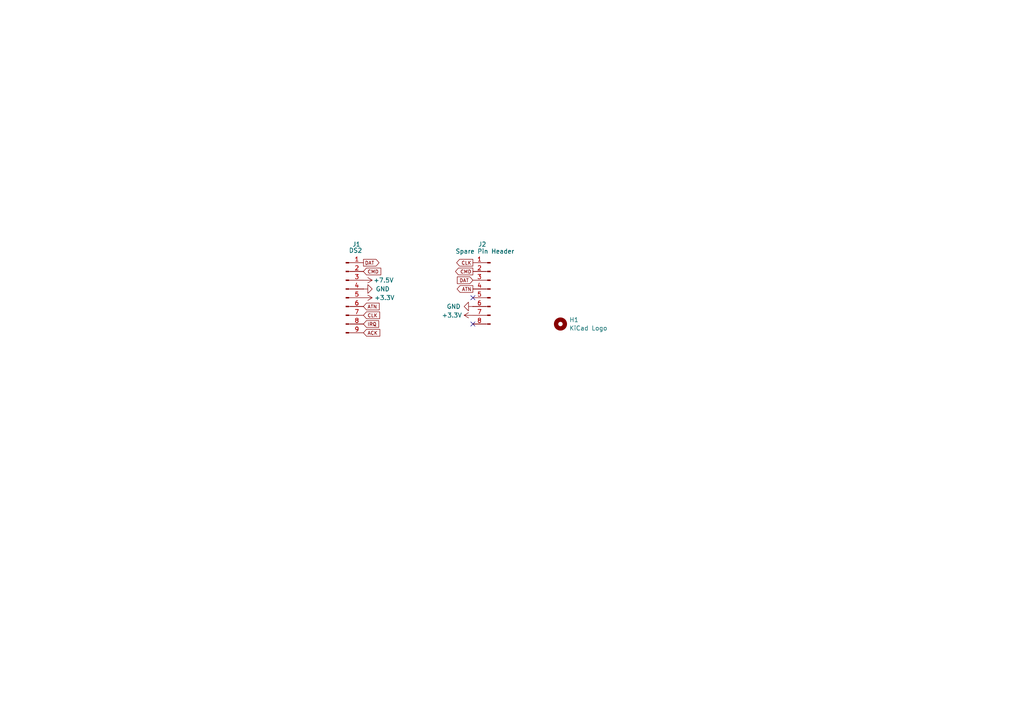
<source format=kicad_sch>
(kicad_sch
	(version 20231120)
	(generator "eeschema")
	(generator_version "8.0")
	(uuid "3ccadd08-7812-4e70-9092-62cd0afa47c6")
	(paper "A4")
	(title_block
		(title "MiSTery Shield DS2 Adapter for J8 ")
		(date "2024-12-23")
		(rev "0.1")
	)
	(lib_symbols
		(symbol "Connector:Conn_01x08_Pin"
			(pin_names
				(offset 1.016) hide)
			(exclude_from_sim no)
			(in_bom yes)
			(on_board yes)
			(property "Reference" "J"
				(at 0 10.16 0)
				(effects
					(font
						(size 1.27 1.27)
					)
				)
			)
			(property "Value" "Conn_01x08_Pin"
				(at 0 -12.7 0)
				(effects
					(font
						(size 1.27 1.27)
					)
				)
			)
			(property "Footprint" ""
				(at 0 0 0)
				(effects
					(font
						(size 1.27 1.27)
					)
					(hide yes)
				)
			)
			(property "Datasheet" "~"
				(at 0 0 0)
				(effects
					(font
						(size 1.27 1.27)
					)
					(hide yes)
				)
			)
			(property "Description" "Generic connector, single row, 01x08, script generated"
				(at 0 0 0)
				(effects
					(font
						(size 1.27 1.27)
					)
					(hide yes)
				)
			)
			(property "ki_locked" ""
				(at 0 0 0)
				(effects
					(font
						(size 1.27 1.27)
					)
				)
			)
			(property "ki_keywords" "connector"
				(at 0 0 0)
				(effects
					(font
						(size 1.27 1.27)
					)
					(hide yes)
				)
			)
			(property "ki_fp_filters" "Connector*:*_1x??_*"
				(at 0 0 0)
				(effects
					(font
						(size 1.27 1.27)
					)
					(hide yes)
				)
			)
			(symbol "Conn_01x08_Pin_1_1"
				(polyline
					(pts
						(xy 1.27 -10.16) (xy 0.8636 -10.16)
					)
					(stroke
						(width 0.1524)
						(type default)
					)
					(fill
						(type none)
					)
				)
				(polyline
					(pts
						(xy 1.27 -7.62) (xy 0.8636 -7.62)
					)
					(stroke
						(width 0.1524)
						(type default)
					)
					(fill
						(type none)
					)
				)
				(polyline
					(pts
						(xy 1.27 -5.08) (xy 0.8636 -5.08)
					)
					(stroke
						(width 0.1524)
						(type default)
					)
					(fill
						(type none)
					)
				)
				(polyline
					(pts
						(xy 1.27 -2.54) (xy 0.8636 -2.54)
					)
					(stroke
						(width 0.1524)
						(type default)
					)
					(fill
						(type none)
					)
				)
				(polyline
					(pts
						(xy 1.27 0) (xy 0.8636 0)
					)
					(stroke
						(width 0.1524)
						(type default)
					)
					(fill
						(type none)
					)
				)
				(polyline
					(pts
						(xy 1.27 2.54) (xy 0.8636 2.54)
					)
					(stroke
						(width 0.1524)
						(type default)
					)
					(fill
						(type none)
					)
				)
				(polyline
					(pts
						(xy 1.27 5.08) (xy 0.8636 5.08)
					)
					(stroke
						(width 0.1524)
						(type default)
					)
					(fill
						(type none)
					)
				)
				(polyline
					(pts
						(xy 1.27 7.62) (xy 0.8636 7.62)
					)
					(stroke
						(width 0.1524)
						(type default)
					)
					(fill
						(type none)
					)
				)
				(rectangle
					(start 0.8636 -10.033)
					(end 0 -10.287)
					(stroke
						(width 0.1524)
						(type default)
					)
					(fill
						(type outline)
					)
				)
				(rectangle
					(start 0.8636 -7.493)
					(end 0 -7.747)
					(stroke
						(width 0.1524)
						(type default)
					)
					(fill
						(type outline)
					)
				)
				(rectangle
					(start 0.8636 -4.953)
					(end 0 -5.207)
					(stroke
						(width 0.1524)
						(type default)
					)
					(fill
						(type outline)
					)
				)
				(rectangle
					(start 0.8636 -2.413)
					(end 0 -2.667)
					(stroke
						(width 0.1524)
						(type default)
					)
					(fill
						(type outline)
					)
				)
				(rectangle
					(start 0.8636 0.127)
					(end 0 -0.127)
					(stroke
						(width 0.1524)
						(type default)
					)
					(fill
						(type outline)
					)
				)
				(rectangle
					(start 0.8636 2.667)
					(end 0 2.413)
					(stroke
						(width 0.1524)
						(type default)
					)
					(fill
						(type outline)
					)
				)
				(rectangle
					(start 0.8636 5.207)
					(end 0 4.953)
					(stroke
						(width 0.1524)
						(type default)
					)
					(fill
						(type outline)
					)
				)
				(rectangle
					(start 0.8636 7.747)
					(end 0 7.493)
					(stroke
						(width 0.1524)
						(type default)
					)
					(fill
						(type outline)
					)
				)
				(pin passive line
					(at 5.08 7.62 180)
					(length 3.81)
					(name "Pin_1"
						(effects
							(font
								(size 1.27 1.27)
							)
						)
					)
					(number "1"
						(effects
							(font
								(size 1.27 1.27)
							)
						)
					)
				)
				(pin passive line
					(at 5.08 5.08 180)
					(length 3.81)
					(name "Pin_2"
						(effects
							(font
								(size 1.27 1.27)
							)
						)
					)
					(number "2"
						(effects
							(font
								(size 1.27 1.27)
							)
						)
					)
				)
				(pin passive line
					(at 5.08 2.54 180)
					(length 3.81)
					(name "Pin_3"
						(effects
							(font
								(size 1.27 1.27)
							)
						)
					)
					(number "3"
						(effects
							(font
								(size 1.27 1.27)
							)
						)
					)
				)
				(pin passive line
					(at 5.08 0 180)
					(length 3.81)
					(name "Pin_4"
						(effects
							(font
								(size 1.27 1.27)
							)
						)
					)
					(number "4"
						(effects
							(font
								(size 1.27 1.27)
							)
						)
					)
				)
				(pin passive line
					(at 5.08 -2.54 180)
					(length 3.81)
					(name "Pin_5"
						(effects
							(font
								(size 1.27 1.27)
							)
						)
					)
					(number "5"
						(effects
							(font
								(size 1.27 1.27)
							)
						)
					)
				)
				(pin passive line
					(at 5.08 -5.08 180)
					(length 3.81)
					(name "Pin_6"
						(effects
							(font
								(size 1.27 1.27)
							)
						)
					)
					(number "6"
						(effects
							(font
								(size 1.27 1.27)
							)
						)
					)
				)
				(pin passive line
					(at 5.08 -7.62 180)
					(length 3.81)
					(name "Pin_7"
						(effects
							(font
								(size 1.27 1.27)
							)
						)
					)
					(number "7"
						(effects
							(font
								(size 1.27 1.27)
							)
						)
					)
				)
				(pin passive line
					(at 5.08 -10.16 180)
					(length 3.81)
					(name "Pin_8"
						(effects
							(font
								(size 1.27 1.27)
							)
						)
					)
					(number "8"
						(effects
							(font
								(size 1.27 1.27)
							)
						)
					)
				)
			)
		)
		(symbol "Connector:Conn_01x09_Pin"
			(pin_names
				(offset 1.016) hide)
			(exclude_from_sim no)
			(in_bom yes)
			(on_board yes)
			(property "Reference" "J"
				(at 0 12.7 0)
				(effects
					(font
						(size 1.27 1.27)
					)
				)
			)
			(property "Value" "Conn_01x09_Pin"
				(at 0 -12.7 0)
				(effects
					(font
						(size 1.27 1.27)
					)
				)
			)
			(property "Footprint" ""
				(at 0 0 0)
				(effects
					(font
						(size 1.27 1.27)
					)
					(hide yes)
				)
			)
			(property "Datasheet" "~"
				(at 0 0 0)
				(effects
					(font
						(size 1.27 1.27)
					)
					(hide yes)
				)
			)
			(property "Description" "Generic connector, single row, 01x09, script generated"
				(at 0 0 0)
				(effects
					(font
						(size 1.27 1.27)
					)
					(hide yes)
				)
			)
			(property "ki_locked" ""
				(at 0 0 0)
				(effects
					(font
						(size 1.27 1.27)
					)
				)
			)
			(property "ki_keywords" "connector"
				(at 0 0 0)
				(effects
					(font
						(size 1.27 1.27)
					)
					(hide yes)
				)
			)
			(property "ki_fp_filters" "Connector*:*_1x??_*"
				(at 0 0 0)
				(effects
					(font
						(size 1.27 1.27)
					)
					(hide yes)
				)
			)
			(symbol "Conn_01x09_Pin_1_1"
				(polyline
					(pts
						(xy 1.27 -10.16) (xy 0.8636 -10.16)
					)
					(stroke
						(width 0.1524)
						(type default)
					)
					(fill
						(type none)
					)
				)
				(polyline
					(pts
						(xy 1.27 -7.62) (xy 0.8636 -7.62)
					)
					(stroke
						(width 0.1524)
						(type default)
					)
					(fill
						(type none)
					)
				)
				(polyline
					(pts
						(xy 1.27 -5.08) (xy 0.8636 -5.08)
					)
					(stroke
						(width 0.1524)
						(type default)
					)
					(fill
						(type none)
					)
				)
				(polyline
					(pts
						(xy 1.27 -2.54) (xy 0.8636 -2.54)
					)
					(stroke
						(width 0.1524)
						(type default)
					)
					(fill
						(type none)
					)
				)
				(polyline
					(pts
						(xy 1.27 0) (xy 0.8636 0)
					)
					(stroke
						(width 0.1524)
						(type default)
					)
					(fill
						(type none)
					)
				)
				(polyline
					(pts
						(xy 1.27 2.54) (xy 0.8636 2.54)
					)
					(stroke
						(width 0.1524)
						(type default)
					)
					(fill
						(type none)
					)
				)
				(polyline
					(pts
						(xy 1.27 5.08) (xy 0.8636 5.08)
					)
					(stroke
						(width 0.1524)
						(type default)
					)
					(fill
						(type none)
					)
				)
				(polyline
					(pts
						(xy 1.27 7.62) (xy 0.8636 7.62)
					)
					(stroke
						(width 0.1524)
						(type default)
					)
					(fill
						(type none)
					)
				)
				(polyline
					(pts
						(xy 1.27 10.16) (xy 0.8636 10.16)
					)
					(stroke
						(width 0.1524)
						(type default)
					)
					(fill
						(type none)
					)
				)
				(rectangle
					(start 0.8636 -10.033)
					(end 0 -10.287)
					(stroke
						(width 0.1524)
						(type default)
					)
					(fill
						(type outline)
					)
				)
				(rectangle
					(start 0.8636 -7.493)
					(end 0 -7.747)
					(stroke
						(width 0.1524)
						(type default)
					)
					(fill
						(type outline)
					)
				)
				(rectangle
					(start 0.8636 -4.953)
					(end 0 -5.207)
					(stroke
						(width 0.1524)
						(type default)
					)
					(fill
						(type outline)
					)
				)
				(rectangle
					(start 0.8636 -2.413)
					(end 0 -2.667)
					(stroke
						(width 0.1524)
						(type default)
					)
					(fill
						(type outline)
					)
				)
				(rectangle
					(start 0.8636 0.127)
					(end 0 -0.127)
					(stroke
						(width 0.1524)
						(type default)
					)
					(fill
						(type outline)
					)
				)
				(rectangle
					(start 0.8636 2.667)
					(end 0 2.413)
					(stroke
						(width 0.1524)
						(type default)
					)
					(fill
						(type outline)
					)
				)
				(rectangle
					(start 0.8636 5.207)
					(end 0 4.953)
					(stroke
						(width 0.1524)
						(type default)
					)
					(fill
						(type outline)
					)
				)
				(rectangle
					(start 0.8636 7.747)
					(end 0 7.493)
					(stroke
						(width 0.1524)
						(type default)
					)
					(fill
						(type outline)
					)
				)
				(rectangle
					(start 0.8636 10.287)
					(end 0 10.033)
					(stroke
						(width 0.1524)
						(type default)
					)
					(fill
						(type outline)
					)
				)
				(pin passive line
					(at 5.08 10.16 180)
					(length 3.81)
					(name "Pin_1"
						(effects
							(font
								(size 1.27 1.27)
							)
						)
					)
					(number "1"
						(effects
							(font
								(size 1.27 1.27)
							)
						)
					)
				)
				(pin passive line
					(at 5.08 7.62 180)
					(length 3.81)
					(name "Pin_2"
						(effects
							(font
								(size 1.27 1.27)
							)
						)
					)
					(number "2"
						(effects
							(font
								(size 1.27 1.27)
							)
						)
					)
				)
				(pin passive line
					(at 5.08 5.08 180)
					(length 3.81)
					(name "Pin_3"
						(effects
							(font
								(size 1.27 1.27)
							)
						)
					)
					(number "3"
						(effects
							(font
								(size 1.27 1.27)
							)
						)
					)
				)
				(pin passive line
					(at 5.08 2.54 180)
					(length 3.81)
					(name "Pin_4"
						(effects
							(font
								(size 1.27 1.27)
							)
						)
					)
					(number "4"
						(effects
							(font
								(size 1.27 1.27)
							)
						)
					)
				)
				(pin passive line
					(at 5.08 0 180)
					(length 3.81)
					(name "Pin_5"
						(effects
							(font
								(size 1.27 1.27)
							)
						)
					)
					(number "5"
						(effects
							(font
								(size 1.27 1.27)
							)
						)
					)
				)
				(pin passive line
					(at 5.08 -2.54 180)
					(length 3.81)
					(name "Pin_6"
						(effects
							(font
								(size 1.27 1.27)
							)
						)
					)
					(number "6"
						(effects
							(font
								(size 1.27 1.27)
							)
						)
					)
				)
				(pin passive line
					(at 5.08 -5.08 180)
					(length 3.81)
					(name "Pin_7"
						(effects
							(font
								(size 1.27 1.27)
							)
						)
					)
					(number "7"
						(effects
							(font
								(size 1.27 1.27)
							)
						)
					)
				)
				(pin passive line
					(at 5.08 -7.62 180)
					(length 3.81)
					(name "Pin_8"
						(effects
							(font
								(size 1.27 1.27)
							)
						)
					)
					(number "8"
						(effects
							(font
								(size 1.27 1.27)
							)
						)
					)
				)
				(pin passive line
					(at 5.08 -10.16 180)
					(length 3.81)
					(name "Pin_9"
						(effects
							(font
								(size 1.27 1.27)
							)
						)
					)
					(number "9"
						(effects
							(font
								(size 1.27 1.27)
							)
						)
					)
				)
			)
		)
		(symbol "Mechanical:MountingHole"
			(pin_names
				(offset 1.016)
			)
			(exclude_from_sim yes)
			(in_bom no)
			(on_board yes)
			(property "Reference" "H"
				(at 0 5.08 0)
				(effects
					(font
						(size 1.27 1.27)
					)
				)
			)
			(property "Value" "MountingHole"
				(at 0 3.175 0)
				(effects
					(font
						(size 1.27 1.27)
					)
				)
			)
			(property "Footprint" ""
				(at 0 0 0)
				(effects
					(font
						(size 1.27 1.27)
					)
					(hide yes)
				)
			)
			(property "Datasheet" "~"
				(at 0 0 0)
				(effects
					(font
						(size 1.27 1.27)
					)
					(hide yes)
				)
			)
			(property "Description" "Mounting Hole without connection"
				(at 0 0 0)
				(effects
					(font
						(size 1.27 1.27)
					)
					(hide yes)
				)
			)
			(property "ki_keywords" "mounting hole"
				(at 0 0 0)
				(effects
					(font
						(size 1.27 1.27)
					)
					(hide yes)
				)
			)
			(property "ki_fp_filters" "MountingHole*"
				(at 0 0 0)
				(effects
					(font
						(size 1.27 1.27)
					)
					(hide yes)
				)
			)
			(symbol "MountingHole_0_1"
				(circle
					(center 0 0)
					(radius 1.27)
					(stroke
						(width 1.27)
						(type default)
					)
					(fill
						(type none)
					)
				)
			)
		)
		(symbol "power:+3.3V"
			(power)
			(pin_numbers hide)
			(pin_names
				(offset 0) hide)
			(exclude_from_sim no)
			(in_bom yes)
			(on_board yes)
			(property "Reference" "#PWR"
				(at 0 -3.81 0)
				(effects
					(font
						(size 1.27 1.27)
					)
					(hide yes)
				)
			)
			(property "Value" "+3.3V"
				(at 0 3.556 0)
				(effects
					(font
						(size 1.27 1.27)
					)
				)
			)
			(property "Footprint" ""
				(at 0 0 0)
				(effects
					(font
						(size 1.27 1.27)
					)
					(hide yes)
				)
			)
			(property "Datasheet" ""
				(at 0 0 0)
				(effects
					(font
						(size 1.27 1.27)
					)
					(hide yes)
				)
			)
			(property "Description" "Power symbol creates a global label with name \"+3.3V\""
				(at 0 0 0)
				(effects
					(font
						(size 1.27 1.27)
					)
					(hide yes)
				)
			)
			(property "ki_keywords" "global power"
				(at 0 0 0)
				(effects
					(font
						(size 1.27 1.27)
					)
					(hide yes)
				)
			)
			(symbol "+3.3V_0_1"
				(polyline
					(pts
						(xy -0.762 1.27) (xy 0 2.54)
					)
					(stroke
						(width 0)
						(type default)
					)
					(fill
						(type none)
					)
				)
				(polyline
					(pts
						(xy 0 0) (xy 0 2.54)
					)
					(stroke
						(width 0)
						(type default)
					)
					(fill
						(type none)
					)
				)
				(polyline
					(pts
						(xy 0 2.54) (xy 0.762 1.27)
					)
					(stroke
						(width 0)
						(type default)
					)
					(fill
						(type none)
					)
				)
			)
			(symbol "+3.3V_1_1"
				(pin power_in line
					(at 0 0 90)
					(length 0)
					(name "~"
						(effects
							(font
								(size 1.27 1.27)
							)
						)
					)
					(number "1"
						(effects
							(font
								(size 1.27 1.27)
							)
						)
					)
				)
			)
		)
		(symbol "power:+7.5V"
			(power)
			(pin_numbers hide)
			(pin_names
				(offset 0) hide)
			(exclude_from_sim no)
			(in_bom yes)
			(on_board yes)
			(property "Reference" "#PWR"
				(at 0 -3.81 0)
				(effects
					(font
						(size 1.27 1.27)
					)
					(hide yes)
				)
			)
			(property "Value" "+7.5V"
				(at 0 3.556 0)
				(effects
					(font
						(size 1.27 1.27)
					)
				)
			)
			(property "Footprint" ""
				(at 0 0 0)
				(effects
					(font
						(size 1.27 1.27)
					)
					(hide yes)
				)
			)
			(property "Datasheet" ""
				(at 0 0 0)
				(effects
					(font
						(size 1.27 1.27)
					)
					(hide yes)
				)
			)
			(property "Description" "Power symbol creates a global label with name \"+7.5V\""
				(at 0 0 0)
				(effects
					(font
						(size 1.27 1.27)
					)
					(hide yes)
				)
			)
			(property "ki_keywords" "global power"
				(at 0 0 0)
				(effects
					(font
						(size 1.27 1.27)
					)
					(hide yes)
				)
			)
			(symbol "+7.5V_0_1"
				(polyline
					(pts
						(xy -0.762 1.27) (xy 0 2.54)
					)
					(stroke
						(width 0)
						(type default)
					)
					(fill
						(type none)
					)
				)
				(polyline
					(pts
						(xy 0 0) (xy 0 2.54)
					)
					(stroke
						(width 0)
						(type default)
					)
					(fill
						(type none)
					)
				)
				(polyline
					(pts
						(xy 0 2.54) (xy 0.762 1.27)
					)
					(stroke
						(width 0)
						(type default)
					)
					(fill
						(type none)
					)
				)
			)
			(symbol "+7.5V_1_1"
				(pin power_in line
					(at 0 0 90)
					(length 0)
					(name "~"
						(effects
							(font
								(size 1.27 1.27)
							)
						)
					)
					(number "1"
						(effects
							(font
								(size 1.27 1.27)
							)
						)
					)
				)
			)
		)
		(symbol "power:GND"
			(power)
			(pin_numbers hide)
			(pin_names
				(offset 0) hide)
			(exclude_from_sim no)
			(in_bom yes)
			(on_board yes)
			(property "Reference" "#PWR"
				(at 0 -6.35 0)
				(effects
					(font
						(size 1.27 1.27)
					)
					(hide yes)
				)
			)
			(property "Value" "GND"
				(at 0 -3.81 0)
				(effects
					(font
						(size 1.27 1.27)
					)
				)
			)
			(property "Footprint" ""
				(at 0 0 0)
				(effects
					(font
						(size 1.27 1.27)
					)
					(hide yes)
				)
			)
			(property "Datasheet" ""
				(at 0 0 0)
				(effects
					(font
						(size 1.27 1.27)
					)
					(hide yes)
				)
			)
			(property "Description" "Power symbol creates a global label with name \"GND\" , ground"
				(at 0 0 0)
				(effects
					(font
						(size 1.27 1.27)
					)
					(hide yes)
				)
			)
			(property "ki_keywords" "global power"
				(at 0 0 0)
				(effects
					(font
						(size 1.27 1.27)
					)
					(hide yes)
				)
			)
			(symbol "GND_0_1"
				(polyline
					(pts
						(xy 0 0) (xy 0 -1.27) (xy 1.27 -1.27) (xy 0 -2.54) (xy -1.27 -1.27) (xy 0 -1.27)
					)
					(stroke
						(width 0)
						(type default)
					)
					(fill
						(type none)
					)
				)
			)
			(symbol "GND_1_1"
				(pin power_in line
					(at 0 0 270)
					(length 0)
					(name "~"
						(effects
							(font
								(size 1.27 1.27)
							)
						)
					)
					(number "1"
						(effects
							(font
								(size 1.27 1.27)
							)
						)
					)
				)
			)
		)
	)
	(no_connect
		(at 137.16 86.36)
		(uuid "05df668e-44fe-4495-bc4e-53c2adb69a0b")
	)
	(no_connect
		(at 137.16 93.98)
		(uuid "7662a7bb-9aea-4830-b89f-f93772e1ab95")
	)
	(global_label "ATN"
		(shape input)
		(at 105.41 88.9 0)
		(fields_autoplaced yes)
		(effects
			(font
				(size 1 1)
			)
			(justify left)
		)
		(uuid "09aa2867-b44a-4cad-a053-ff656ea241ec")
		(property "Intersheetrefs" "${INTERSHEET_REFS}"
			(at 110.4269 88.9 0)
			(effects
				(font
					(size 1.27 1.27)
				)
				(justify left)
				(hide yes)
			)
		)
	)
	(global_label "CMD"
		(shape output)
		(at 137.16 78.74 180)
		(fields_autoplaced yes)
		(effects
			(font
				(size 1 1)
			)
			(justify right)
		)
		(uuid "1363a946-c0ff-4fa3-b2b0-0eb68033666e")
		(property "Intersheetrefs" "${INTERSHEET_REFS}"
			(at 131.6668 78.74 0)
			(effects
				(font
					(size 1.27 1.27)
				)
				(justify right)
				(hide yes)
			)
		)
	)
	(global_label "DAT"
		(shape input)
		(at 137.16 81.28 180)
		(fields_autoplaced yes)
		(effects
			(font
				(size 1 1)
			)
			(justify right)
		)
		(uuid "43e2cab6-6d89-4a97-84f7-fe7876d3fb55")
		(property "Intersheetrefs" "${INTERSHEET_REFS}"
			(at 143.4714 81.28 0)
			(effects
				(font
					(size 1.27 1.27)
				)
				(justify left)
				(hide yes)
			)
		)
	)
	(global_label "CLK"
		(shape output)
		(at 137.16 76.2 180)
		(fields_autoplaced yes)
		(effects
			(font
				(size 1 1)
			)
			(justify right)
		)
		(uuid "69f9d6ba-8e47-4e24-b6af-12c5e654815b")
		(property "Intersheetrefs" "${INTERSHEET_REFS}"
			(at 132.0002 76.2 0)
			(effects
				(font
					(size 1.27 1.27)
				)
				(justify right)
				(hide yes)
			)
		)
	)
	(global_label "ACK"
		(shape input)
		(at 105.41 96.52 0)
		(fields_autoplaced yes)
		(effects
			(font
				(size 1 1)
			)
			(justify left)
		)
		(uuid "8f390423-82ab-4b9d-ae23-3d26094d6db7")
		(property "Intersheetrefs" "${INTERSHEET_REFS}"
			(at 110.6174 96.52 0)
			(effects
				(font
					(size 1.27 1.27)
				)
				(justify left)
				(hide yes)
			)
		)
	)
	(global_label "DAT"
		(shape output)
		(at 105.41 76.2 0)
		(fields_autoplaced yes)
		(effects
			(font
				(size 1 1)
			)
			(justify left)
		)
		(uuid "b2664d4d-737c-473a-957c-a4f3ed10ae87")
		(property "Intersheetrefs" "${INTERSHEET_REFS}"
			(at 110.3793 76.2 0)
			(effects
				(font
					(size 1.27 1.27)
				)
				(justify left)
				(hide yes)
			)
		)
	)
	(global_label "ATN"
		(shape output)
		(at 137.16 83.82 180)
		(fields_autoplaced yes)
		(effects
			(font
				(size 1 1)
			)
			(justify right)
		)
		(uuid "d8d9c07b-b302-4ae5-b590-e59ae09d55b7")
		(property "Intersheetrefs" "${INTERSHEET_REFS}"
			(at 132.1431 83.82 0)
			(effects
				(font
					(size 1.27 1.27)
				)
				(justify right)
				(hide yes)
			)
		)
	)
	(global_label "IRQ"
		(shape input)
		(at 105.41 93.98 0)
		(fields_autoplaced yes)
		(effects
			(font
				(size 1 1)
			)
			(justify left)
		)
		(uuid "dad1639c-8497-4792-8944-3418d2249a41")
		(property "Intersheetrefs" "${INTERSHEET_REFS}"
			(at 110.2841 93.98 0)
			(effects
				(font
					(size 1.27 1.27)
				)
				(justify left)
				(hide yes)
			)
		)
	)
	(global_label "CMD"
		(shape input)
		(at 105.41 78.74 0)
		(fields_autoplaced yes)
		(effects
			(font
				(size 1 1)
			)
			(justify left)
		)
		(uuid "dce26e22-4992-48fd-abca-b313390ff128")
		(property "Intersheetrefs" "${INTERSHEET_REFS}"
			(at 112.3866 78.74 0)
			(effects
				(font
					(size 1.27 1.27)
				)
				(justify left)
				(hide yes)
			)
		)
	)
	(global_label "CLK"
		(shape input)
		(at 105.41 91.44 0)
		(fields_autoplaced yes)
		(effects
			(font
				(size 1 1)
			)
			(justify left)
		)
		(uuid "edd5ffbb-2e44-4aa0-989e-ac4a82a20876")
		(property "Intersheetrefs" "${INTERSHEET_REFS}"
			(at 111.9633 91.44 0)
			(effects
				(font
					(size 1.27 1.27)
				)
				(justify left)
				(hide yes)
			)
		)
	)
	(symbol
		(lib_id "power:+3.3V")
		(at 137.16 91.44 90)
		(unit 1)
		(exclude_from_sim no)
		(in_bom yes)
		(on_board yes)
		(dnp no)
		(uuid "03fe3f75-f8c2-4f54-9f4f-1ae1e23c4add")
		(property "Reference" "#PWR01"
			(at 140.97 91.44 0)
			(effects
				(font
					(size 1.27 1.27)
				)
				(hide yes)
			)
		)
		(property "Value" "+3.3V"
			(at 131.064 91.44 90)
			(effects
				(font
					(size 1.27 1.27)
				)
			)
		)
		(property "Footprint" ""
			(at 137.16 91.44 0)
			(effects
				(font
					(size 1.27 1.27)
				)
				(hide yes)
			)
		)
		(property "Datasheet" ""
			(at 137.16 91.44 0)
			(effects
				(font
					(size 1.27 1.27)
				)
				(hide yes)
			)
		)
		(property "Description" "Power symbol creates a global label with name \"+3.3V\""
			(at 137.16 91.44 0)
			(effects
				(font
					(size 1.27 1.27)
				)
				(hide yes)
			)
		)
		(pin "1"
			(uuid "c1605c4a-bc37-4a92-8179-6c0040223ed7")
		)
		(instances
			(project ""
				(path "/3ccadd08-7812-4e70-9092-62cd0afa47c6"
					(reference "#PWR01")
					(unit 1)
				)
			)
		)
	)
	(symbol
		(lib_id "Mechanical:MountingHole")
		(at 162.56 93.98 0)
		(unit 1)
		(exclude_from_sim yes)
		(in_bom no)
		(on_board yes)
		(dnp no)
		(fields_autoplaced yes)
		(uuid "13687d1c-40f3-418e-9a1a-4e2aa4237eb7")
		(property "Reference" "H1"
			(at 165.1 92.7678 0)
			(effects
				(font
					(size 1.27 1.27)
				)
				(justify left)
			)
		)
		(property "Value" "KiCad Logo"
			(at 165.1 95.1921 0)
			(effects
				(font
					(size 1.27 1.27)
				)
				(justify left)
			)
		)
		(property "Footprint" "Symbol:KiCad-Logo_5mm_SilkScreen"
			(at 162.56 93.98 0)
			(effects
				(font
					(size 1.27 1.27)
				)
				(hide yes)
			)
		)
		(property "Datasheet" "~"
			(at 162.56 93.98 0)
			(effects
				(font
					(size 1.27 1.27)
				)
				(hide yes)
			)
		)
		(property "Description" "Mounting Hole without connection"
			(at 162.56 93.98 0)
			(effects
				(font
					(size 1.27 1.27)
				)
				(hide yes)
			)
		)
		(instances
			(project ""
				(path "/3ccadd08-7812-4e70-9092-62cd0afa47c6"
					(reference "H1")
					(unit 1)
				)
			)
		)
	)
	(symbol
		(lib_id "power:+3.3V")
		(at 105.41 86.36 270)
		(unit 1)
		(exclude_from_sim no)
		(in_bom yes)
		(on_board yes)
		(dnp no)
		(uuid "577ff7a4-0765-4ff5-9e64-6fc20fd1b5c6")
		(property "Reference" "#PWR04"
			(at 101.6 86.36 0)
			(effects
				(font
					(size 1.27 1.27)
				)
				(hide yes)
			)
		)
		(property "Value" "+3.3V"
			(at 111.506 86.36 90)
			(effects
				(font
					(size 1.27 1.27)
				)
			)
		)
		(property "Footprint" ""
			(at 105.41 86.36 0)
			(effects
				(font
					(size 1.27 1.27)
				)
				(hide yes)
			)
		)
		(property "Datasheet" ""
			(at 105.41 86.36 0)
			(effects
				(font
					(size 1.27 1.27)
				)
				(hide yes)
			)
		)
		(property "Description" "Power symbol creates a global label with name \"+3.3V\""
			(at 105.41 86.36 0)
			(effects
				(font
					(size 1.27 1.27)
				)
				(hide yes)
			)
		)
		(pin "1"
			(uuid "d6b9296c-b0ec-4a7f-b34f-deb766aa04dc")
		)
		(instances
			(project "MiSTery_DS2_Breakout"
				(path "/3ccadd08-7812-4e70-9092-62cd0afa47c6"
					(reference "#PWR04")
					(unit 1)
				)
			)
		)
	)
	(symbol
		(lib_id "Connector:Conn_01x08_Pin")
		(at 142.24 83.82 0)
		(mirror y)
		(unit 1)
		(exclude_from_sim no)
		(in_bom yes)
		(on_board yes)
		(dnp no)
		(uuid "60a3676c-45ee-452b-89d2-fe0fb89a7778")
		(property "Reference" "J2"
			(at 138.684 70.866 0)
			(effects
				(font
					(size 1.27 1.27)
				)
				(justify right)
			)
		)
		(property "Value" "Spare Pin Header"
			(at 132.08 72.898 0)
			(effects
				(font
					(size 1.27 1.27)
				)
				(justify right)
			)
		)
		(property "Footprint" "Connector_PinHeader_2.54mm:PinHeader_2x04_P2.54mm_Vertical"
			(at 142.24 83.82 0)
			(effects
				(font
					(size 1.27 1.27)
				)
				(hide yes)
			)
		)
		(property "Datasheet" "~"
			(at 142.24 83.82 0)
			(effects
				(font
					(size 1.27 1.27)
				)
				(hide yes)
			)
		)
		(property "Description" "Generic connector, single row, 01x08, script generated"
			(at 142.24 83.82 0)
			(effects
				(font
					(size 1.27 1.27)
				)
				(hide yes)
			)
		)
		(pin "5"
			(uuid "d5b187ba-3308-4700-8390-25614202b741")
		)
		(pin "2"
			(uuid "7cc2e417-8d88-4259-9b5f-82716df312f0")
		)
		(pin "6"
			(uuid "fa940ec6-3dd0-4970-8ede-4ba56b39422e")
		)
		(pin "8"
			(uuid "497c1f77-d000-4701-97ef-6ba3222ab7b1")
		)
		(pin "7"
			(uuid "ecc38408-c7e7-4241-86be-192645ef8a27")
		)
		(pin "3"
			(uuid "934aac58-05ab-4a14-bc73-201e39b550d4")
		)
		(pin "4"
			(uuid "883f0c48-dfc1-4d0a-85d4-5e4ba1da77b4")
		)
		(pin "1"
			(uuid "94e0956f-e353-4114-806a-c7a7b29a1200")
		)
		(instances
			(project ""
				(path "/3ccadd08-7812-4e70-9092-62cd0afa47c6"
					(reference "J2")
					(unit 1)
				)
			)
		)
	)
	(symbol
		(lib_id "power:GND")
		(at 137.16 88.9 270)
		(unit 1)
		(exclude_from_sim no)
		(in_bom yes)
		(on_board yes)
		(dnp no)
		(uuid "79c4b5b6-de06-477a-bcad-8f71d37d8e82")
		(property "Reference" "#PWR02"
			(at 130.81 88.9 0)
			(effects
				(font
					(size 1.27 1.27)
				)
				(hide yes)
			)
		)
		(property "Value" "GND"
			(at 131.572 88.9 90)
			(effects
				(font
					(size 1.27 1.27)
				)
			)
		)
		(property "Footprint" ""
			(at 137.16 88.9 0)
			(effects
				(font
					(size 1.27 1.27)
				)
				(hide yes)
			)
		)
		(property "Datasheet" ""
			(at 137.16 88.9 0)
			(effects
				(font
					(size 1.27 1.27)
				)
				(hide yes)
			)
		)
		(property "Description" "Power symbol creates a global label with name \"GND\" , ground"
			(at 137.16 88.9 0)
			(effects
				(font
					(size 1.27 1.27)
				)
				(hide yes)
			)
		)
		(pin "1"
			(uuid "3438d1e4-7461-4d1c-be8b-d4650e15089a")
		)
		(instances
			(project ""
				(path "/3ccadd08-7812-4e70-9092-62cd0afa47c6"
					(reference "#PWR02")
					(unit 1)
				)
			)
		)
	)
	(symbol
		(lib_id "power:GND")
		(at 105.41 83.82 90)
		(unit 1)
		(exclude_from_sim no)
		(in_bom yes)
		(on_board yes)
		(dnp no)
		(uuid "992db4d0-80e7-4e22-8015-beabd3b31b10")
		(property "Reference" "#PWR03"
			(at 111.76 83.82 0)
			(effects
				(font
					(size 1.27 1.27)
				)
				(hide yes)
			)
		)
		(property "Value" "GND"
			(at 110.998 83.82 90)
			(effects
				(font
					(size 1.27 1.27)
				)
			)
		)
		(property "Footprint" ""
			(at 105.41 83.82 0)
			(effects
				(font
					(size 1.27 1.27)
				)
				(hide yes)
			)
		)
		(property "Datasheet" ""
			(at 105.41 83.82 0)
			(effects
				(font
					(size 1.27 1.27)
				)
				(hide yes)
			)
		)
		(property "Description" "Power symbol creates a global label with name \"GND\" , ground"
			(at 105.41 83.82 0)
			(effects
				(font
					(size 1.27 1.27)
				)
				(hide yes)
			)
		)
		(pin "1"
			(uuid "192b9f14-60f0-4e7c-af16-cfd4fca8cc26")
		)
		(instances
			(project "MiSTery_DS2_Breakout"
				(path "/3ccadd08-7812-4e70-9092-62cd0afa47c6"
					(reference "#PWR03")
					(unit 1)
				)
			)
		)
	)
	(symbol
		(lib_id "Connector:Conn_01x09_Pin")
		(at 100.33 86.36 0)
		(unit 1)
		(exclude_from_sim no)
		(in_bom yes)
		(on_board yes)
		(dnp no)
		(uuid "da22d5f9-53b1-4037-bd1f-d8bb4c7865e1")
		(property "Reference" "J1"
			(at 103.378 70.866 0)
			(effects
				(font
					(size 1.27 1.27)
				)
			)
		)
		(property "Value" "DS2"
			(at 103.124 72.644 0)
			(effects
				(font
					(size 1.27 1.27)
				)
			)
		)
		(property "Footprint" "Library:DS2_Port_Connector"
			(at 100.33 86.36 0)
			(effects
				(font
					(size 1.27 1.27)
				)
				(hide yes)
			)
		)
		(property "Datasheet" "~"
			(at 100.33 86.36 0)
			(effects
				(font
					(size 1.27 1.27)
				)
				(hide yes)
			)
		)
		(property "Description" "Generic connector, single row, 01x09, script generated"
			(at 100.33 86.36 0)
			(effects
				(font
					(size 1.27 1.27)
				)
				(hide yes)
			)
		)
		(pin "4"
			(uuid "f1001af8-6cfb-48ca-bde1-0e00ccc0960e")
		)
		(pin "6"
			(uuid "84f03d82-9952-4f40-8e6b-5864b7ca294f")
		)
		(pin "2"
			(uuid "7a669e75-c334-47df-848a-34008c4d11a0")
		)
		(pin "3"
			(uuid "804997a6-7239-4de2-b2fe-cef4e9a57852")
		)
		(pin "8"
			(uuid "e3b45b95-39b7-4c2b-97d9-827c924cafa2")
		)
		(pin "1"
			(uuid "2b079118-7116-44b1-9646-8f7402072b81")
		)
		(pin "7"
			(uuid "5771c8d8-c227-459e-bc68-6651ce113c94")
		)
		(pin "9"
			(uuid "00db6df7-3b91-43aa-9d61-1c6c7f128949")
		)
		(pin "5"
			(uuid "80471e7b-f4b1-4fc1-9b3b-0de2273e1714")
		)
		(instances
			(project ""
				(path "/3ccadd08-7812-4e70-9092-62cd0afa47c6"
					(reference "J1")
					(unit 1)
				)
			)
		)
	)
	(symbol
		(lib_id "power:+7.5V")
		(at 105.41 81.28 270)
		(unit 1)
		(exclude_from_sim no)
		(in_bom yes)
		(on_board yes)
		(dnp no)
		(uuid "de0db5b2-b050-4d25-9a01-6ded496e77f4")
		(property "Reference" "#PWR05"
			(at 101.6 81.28 0)
			(effects
				(font
					(size 1.27 1.27)
				)
				(hide yes)
			)
		)
		(property "Value" "+7.5V"
			(at 111.252 81.28 90)
			(effects
				(font
					(size 1.27 1.27)
				)
			)
		)
		(property "Footprint" ""
			(at 105.41 81.28 0)
			(effects
				(font
					(size 1.27 1.27)
				)
				(hide yes)
			)
		)
		(property "Datasheet" ""
			(at 105.41 81.28 0)
			(effects
				(font
					(size 1.27 1.27)
				)
				(hide yes)
			)
		)
		(property "Description" "Power symbol creates a global label with name \"+7.5V\""
			(at 105.41 81.28 0)
			(effects
				(font
					(size 1.27 1.27)
				)
				(hide yes)
			)
		)
		(pin "1"
			(uuid "3eb874e9-c56f-4f17-a26b-4ad50d49463a")
		)
		(instances
			(project ""
				(path "/3ccadd08-7812-4e70-9092-62cd0afa47c6"
					(reference "#PWR05")
					(unit 1)
				)
			)
		)
	)
	(sheet_instances
		(path "/"
			(page "1")
		)
	)
)

</source>
